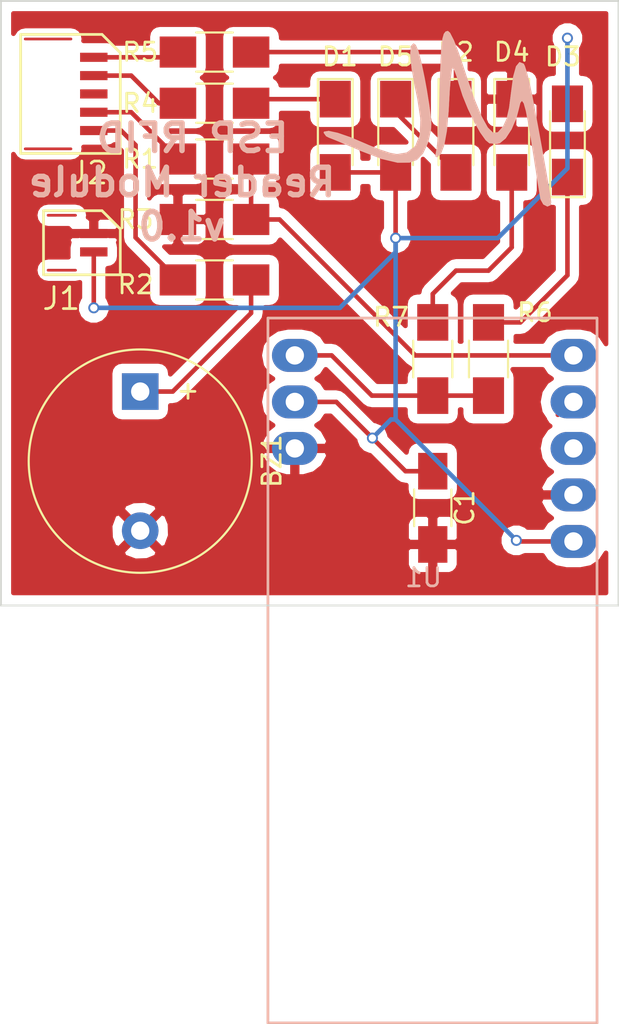
<source format=kicad_pcb>
(kicad_pcb (version 4) (host pcbnew 4.0.7)

  (general
    (links 26)
    (no_connects 0)
    (area 70.307999 74.879999 104.190001 131.027001)
    (thickness 1.6)
    (drawings 5)
    (tracks 67)
    (zones 0)
    (modules 18)
    (nets 18)
  )

  (page A4)
  (layers
    (0 F.Cu signal)
    (31 B.Cu signal)
    (32 B.Adhes user)
    (33 F.Adhes user)
    (34 B.Paste user)
    (35 F.Paste user)
    (36 B.SilkS user)
    (37 F.SilkS user)
    (38 B.Mask user)
    (39 F.Mask user)
    (40 Dwgs.User user)
    (41 Cmts.User user)
    (42 Eco1.User user)
    (43 Eco2.User user)
    (44 Edge.Cuts user)
    (45 Margin user)
    (46 B.CrtYd user)
    (47 F.CrtYd user)
    (48 B.Fab user)
    (49 F.Fab user)
  )

  (setup
    (last_trace_width 0.25)
    (trace_clearance 0.2)
    (zone_clearance 0.508)
    (zone_45_only no)
    (trace_min 0.2)
    (segment_width 0.2)
    (edge_width 0.1)
    (via_size 0.6)
    (via_drill 0.4)
    (via_min_size 0.55)
    (via_min_drill 0.3)
    (uvia_size 0.3)
    (uvia_drill 0.1)
    (uvias_allowed no)
    (uvia_min_size 0.2)
    (uvia_min_drill 0.1)
    (pcb_text_width 0.3)
    (pcb_text_size 1.5 1.5)
    (mod_edge_width 0.15)
    (mod_text_size 1 1)
    (mod_text_width 0.15)
    (pad_size 1.5 1.5)
    (pad_drill 0.6)
    (pad_to_mask_clearance 0.06)
    (aux_axis_origin 0 0)
    (visible_elements 7FFFFFFF)
    (pcbplotparams
      (layerselection 0x00030_80000001)
      (usegerberextensions false)
      (excludeedgelayer true)
      (linewidth 0.100000)
      (plotframeref false)
      (viasonmask false)
      (mode 1)
      (useauxorigin false)
      (hpglpennumber 1)
      (hpglpenspeed 20)
      (hpglpendiameter 15)
      (hpglpenoverlay 2)
      (psnegative false)
      (psa4output false)
      (plotreference true)
      (plotvalue true)
      (plotinvisibletext false)
      (padsonsilk false)
      (subtractmaskfromsilk false)
      (outputformat 1)
      (mirror false)
      (drillshape 1)
      (scaleselection 1)
      (outputdirectory ""))
  )

  (net 0 "")
  (net 1 GND)
  (net 2 "Net-(BZ1-Pad1)")
  (net 3 "Net-(D1-Pad1)")
  (net 4 "Net-(D2-Pad1)")
  (net 5 "Net-(D3-Pad1)")
  (net 6 +5V)
  (net 7 "Net-(D4-Pad2)")
  (net 8 LED_REJECT)
  (net 9 LED_CONFIRM)
  (net 10 Buzzer)
  (net 11 "Net-(R6-Pad2)")
  (net 12 "Net-(U1-PadP1.2)")
  (net 13 "Net-(U1-PadP1.3)")
  (net 14 "Net-(R1-Pad1)")
  (net 15 "Net-(D2-Pad2)")
  (net 16 "Net-(J2-Pad4)")
  (net 17 "Net-(J2-Pad3)")

  (net_class Default "This is the default net class."
    (clearance 0.2)
    (trace_width 0.25)
    (via_dia 0.6)
    (via_drill 0.4)
    (uvia_dia 0.3)
    (uvia_drill 0.1)
    (add_net +5V)
    (add_net Buzzer)
    (add_net GND)
    (add_net LED_CONFIRM)
    (add_net LED_REJECT)
    (add_net "Net-(BZ1-Pad1)")
    (add_net "Net-(D1-Pad1)")
    (add_net "Net-(D2-Pad1)")
    (add_net "Net-(D2-Pad2)")
    (add_net "Net-(D3-Pad1)")
    (add_net "Net-(D4-Pad2)")
    (add_net "Net-(J2-Pad3)")
    (add_net "Net-(J2-Pad4)")
    (add_net "Net-(R1-Pad1)")
    (add_net "Net-(R6-Pad2)")
    (add_net "Net-(U1-PadP1.2)")
    (add_net "Net-(U1-PadP1.3)")
  )

  (module rfid_125_module:RFID_MODULE_125_KHZ (layer B.Cu) (tedit 5B2552BB) (tstamp 5B229F96)
    (at 92.964 111.252 270)
    (descr "Through hole straight pin header, 1x05, 2.54mm pitch, single row")
    (tags "Through hole pin header THT 1x05 2.54mm single row")
    (path /5B21E6EB)
    (fp_text reference U1 (at -4.826 -0.508 540) (layer B.SilkS)
      (effects (font (size 1 1) (thickness 0.15)) (justify mirror))
    )
    (fp_text value RFID_MODULE_125_KHZ (at -4.572 -1.016 540) (layer B.Fab)
      (effects (font (size 1 1) (thickness 0.15)) (justify mirror))
    )
    (fp_line (start -19 -10) (end 19.5 -10) (layer B.SilkS) (width 0.15))
    (fp_line (start 19.5 -10) (end 19.5 8) (layer B.SilkS) (width 0.15))
    (fp_line (start 19.5 8) (end -19 8) (layer B.SilkS) (width 0.15))
    (fp_line (start -19 8) (end -19 -10) (layer B.SilkS) (width 0.15))
    (pad P3.3 thru_hole oval (at -11.88 6.53 180) (size 2.5 1.8) (drill 1) (layers *.Cu *.Mask)
      (net 1 GND))
    (pad P3.2 thru_hole oval (at -14.42 6.53 180) (size 2.5 1.8) (drill 1) (layers *.Cu *.Mask)
      (net 6 +5V))
    (pad P3.1 thru_hole oval (at -16.96 6.53 180) (size 2.5 1.8) (drill 1) (layers *.Cu *.Mask)
      (net 11 "Net-(R6-Pad2)"))
    (pad P1.1 thru_hole oval (at -16.96 -8.71 180) (size 2.5 1.8) (drill 1) (layers *.Cu *.Mask)
      (net 14 "Net-(R1-Pad1)"))
    (pad P1.2 thru_hole oval (at -14.42 -8.71 180) (size 2.5 1.8) (drill 1) (layers *.Cu *.Mask)
      (net 12 "Net-(U1-PadP1.2)"))
    (pad P1.3 thru_hole oval (at -11.88 -8.71 180) (size 2.5 1.8) (drill 1) (layers *.Cu *.Mask)
      (net 13 "Net-(U1-PadP1.3)"))
    (pad P1.4 thru_hole oval (at -9.34 -8.71 180) (size 2.5 1.8) (drill 1) (layers *.Cu *.Mask)
      (net 1 GND))
    (pad P1.5 thru_hole oval (at -6.8 -8.71 180) (size 2.5 1.8) (drill 1) (layers *.Cu *.Mask)
      (net 6 +5V))
    (model ${KISYS3DMOD}/Pin_Headers.3dshapes/Pin_Header_Straight_1x05_Pitch2.54mm.wrl
      (at (xyz 0 0 0))
      (scale (xyz 1 1 1))
      (rotate (xyz 0 0 0))
    )
  )

  (module LEDs:LED_1206_HandSoldering (layer F.Cu) (tedit 5B255407) (tstamp 5B21C1A5)
    (at 88.646 82.296 270)
    (descr "LED SMD 1206, hand soldering")
    (tags "LED 1206")
    (path /5B21DEBA)
    (attr smd)
    (fp_text reference D1 (at -4.318 -0.254 360) (layer F.SilkS)
      (effects (font (size 1 1) (thickness 0.15)))
    )
    (fp_text value G (at 4.318 0 360) (layer F.Fab)
      (effects (font (size 1 1) (thickness 0.15)))
    )
    (fp_line (start -3.1 -0.95) (end -3.1 0.95) (layer F.SilkS) (width 0.12))
    (fp_line (start -0.4 0) (end 0.2 -0.4) (layer F.Fab) (width 0.1))
    (fp_line (start 0.2 -0.4) (end 0.2 0.4) (layer F.Fab) (width 0.1))
    (fp_line (start 0.2 0.4) (end -0.4 0) (layer F.Fab) (width 0.1))
    (fp_line (start -0.45 -0.4) (end -0.45 0.4) (layer F.Fab) (width 0.1))
    (fp_line (start -1.6 0.8) (end -1.6 -0.8) (layer F.Fab) (width 0.1))
    (fp_line (start 1.6 0.8) (end -1.6 0.8) (layer F.Fab) (width 0.1))
    (fp_line (start 1.6 -0.8) (end 1.6 0.8) (layer F.Fab) (width 0.1))
    (fp_line (start -1.6 -0.8) (end 1.6 -0.8) (layer F.Fab) (width 0.1))
    (fp_line (start -3.1 0.95) (end 1.6 0.95) (layer F.SilkS) (width 0.12))
    (fp_line (start -3.1 -0.95) (end 1.6 -0.95) (layer F.SilkS) (width 0.12))
    (fp_line (start -3.25 -1.11) (end 3.25 -1.11) (layer F.CrtYd) (width 0.05))
    (fp_line (start -3.25 -1.11) (end -3.25 1.1) (layer F.CrtYd) (width 0.05))
    (fp_line (start 3.25 1.1) (end 3.25 -1.11) (layer F.CrtYd) (width 0.05))
    (fp_line (start 3.25 1.1) (end -3.25 1.1) (layer F.CrtYd) (width 0.05))
    (pad 1 smd rect (at -2 0 270) (size 2 1.7) (layers F.Cu F.Paste F.Mask)
      (net 3 "Net-(D1-Pad1)"))
    (pad 2 smd rect (at 2 0 270) (size 2 1.7) (layers F.Cu F.Paste F.Mask)
      (net 6 +5V))
    (model ${KISYS3DMOD}/LEDs.3dshapes/LED_1206.wrl
      (at (xyz 0 0 0))
      (scale (xyz 1 1 1))
      (rotate (xyz 0 0 180))
    )
  )

  (module LEDs:LED_1206_HandSoldering (layer F.Cu) (tedit 5B255433) (tstamp 5B21C1AB)
    (at 95.25 82.296 270)
    (descr "LED SMD 1206, hand soldering")
    (tags "LED 1206")
    (path /5B21DD97)
    (attr smd)
    (fp_text reference D2 (at -4.572 0 360) (layer F.SilkS)
      (effects (font (size 1 1) (thickness 0.15)))
    )
    (fp_text value R (at 4.318 -0.254 360) (layer F.Fab)
      (effects (font (size 1 1) (thickness 0.15)))
    )
    (fp_line (start -3.1 -0.95) (end -3.1 0.95) (layer F.SilkS) (width 0.12))
    (fp_line (start -0.4 0) (end 0.2 -0.4) (layer F.Fab) (width 0.1))
    (fp_line (start 0.2 -0.4) (end 0.2 0.4) (layer F.Fab) (width 0.1))
    (fp_line (start 0.2 0.4) (end -0.4 0) (layer F.Fab) (width 0.1))
    (fp_line (start -0.45 -0.4) (end -0.45 0.4) (layer F.Fab) (width 0.1))
    (fp_line (start -1.6 0.8) (end -1.6 -0.8) (layer F.Fab) (width 0.1))
    (fp_line (start 1.6 0.8) (end -1.6 0.8) (layer F.Fab) (width 0.1))
    (fp_line (start 1.6 -0.8) (end 1.6 0.8) (layer F.Fab) (width 0.1))
    (fp_line (start -1.6 -0.8) (end 1.6 -0.8) (layer F.Fab) (width 0.1))
    (fp_line (start -3.1 0.95) (end 1.6 0.95) (layer F.SilkS) (width 0.12))
    (fp_line (start -3.1 -0.95) (end 1.6 -0.95) (layer F.SilkS) (width 0.12))
    (fp_line (start -3.25 -1.11) (end 3.25 -1.11) (layer F.CrtYd) (width 0.05))
    (fp_line (start -3.25 -1.11) (end -3.25 1.1) (layer F.CrtYd) (width 0.05))
    (fp_line (start 3.25 1.1) (end 3.25 -1.11) (layer F.CrtYd) (width 0.05))
    (fp_line (start 3.25 1.1) (end -3.25 1.1) (layer F.CrtYd) (width 0.05))
    (pad 1 smd rect (at -2 0 270) (size 2 1.7) (layers F.Cu F.Paste F.Mask)
      (net 4 "Net-(D2-Pad1)"))
    (pad 2 smd rect (at 2 0 270) (size 2 1.7) (layers F.Cu F.Paste F.Mask)
      (net 15 "Net-(D2-Pad2)"))
    (model ${KISYS3DMOD}/LEDs.3dshapes/LED_1206.wrl
      (at (xyz 0 0 0))
      (scale (xyz 1 1 1))
      (rotate (xyz 0 0 180))
    )
  )

  (module LEDs:LED_1206_HandSoldering (layer F.Cu) (tedit 5B25543F) (tstamp 5B21C1B1)
    (at 101.346 82.55 90)
    (descr "LED SMD 1206, hand soldering")
    (tags "LED 1206")
    (path /5B21D3D5)
    (attr smd)
    (fp_text reference D3 (at 4.572 -0.254 180) (layer F.SilkS)
      (effects (font (size 1 1) (thickness 0.15)))
    )
    (fp_text value B (at -4.572 0 180) (layer F.Fab)
      (effects (font (size 1 1) (thickness 0.15)))
    )
    (fp_line (start -3.1 -0.95) (end -3.1 0.95) (layer F.SilkS) (width 0.12))
    (fp_line (start -0.4 0) (end 0.2 -0.4) (layer F.Fab) (width 0.1))
    (fp_line (start 0.2 -0.4) (end 0.2 0.4) (layer F.Fab) (width 0.1))
    (fp_line (start 0.2 0.4) (end -0.4 0) (layer F.Fab) (width 0.1))
    (fp_line (start -0.45 -0.4) (end -0.45 0.4) (layer F.Fab) (width 0.1))
    (fp_line (start -1.6 0.8) (end -1.6 -0.8) (layer F.Fab) (width 0.1))
    (fp_line (start 1.6 0.8) (end -1.6 0.8) (layer F.Fab) (width 0.1))
    (fp_line (start 1.6 -0.8) (end 1.6 0.8) (layer F.Fab) (width 0.1))
    (fp_line (start -1.6 -0.8) (end 1.6 -0.8) (layer F.Fab) (width 0.1))
    (fp_line (start -3.1 0.95) (end 1.6 0.95) (layer F.SilkS) (width 0.12))
    (fp_line (start -3.1 -0.95) (end 1.6 -0.95) (layer F.SilkS) (width 0.12))
    (fp_line (start -3.25 -1.11) (end 3.25 -1.11) (layer F.CrtYd) (width 0.05))
    (fp_line (start -3.25 -1.11) (end -3.25 1.1) (layer F.CrtYd) (width 0.05))
    (fp_line (start 3.25 1.1) (end 3.25 -1.11) (layer F.CrtYd) (width 0.05))
    (fp_line (start 3.25 1.1) (end -3.25 1.1) (layer F.CrtYd) (width 0.05))
    (pad 1 smd rect (at -2 0 90) (size 2 1.7) (layers F.Cu F.Paste F.Mask)
      (net 5 "Net-(D3-Pad1)"))
    (pad 2 smd rect (at 2 0 90) (size 2 1.7) (layers F.Cu F.Paste F.Mask)
      (net 6 +5V))
    (model ${KISYS3DMOD}/LEDs.3dshapes/LED_1206.wrl
      (at (xyz 0 0 0))
      (scale (xyz 1 1 1))
      (rotate (xyz 0 0 180))
    )
  )

  (module LEDs:LED_1206_HandSoldering (layer F.Cu) (tedit 5B255439) (tstamp 5B21C1B7)
    (at 98.298 82.296 270)
    (descr "LED SMD 1206, hand soldering")
    (tags "LED 1206")
    (path /5B21D4E0)
    (attr smd)
    (fp_text reference D4 (at -4.572 0 360) (layer F.SilkS)
      (effects (font (size 1 1) (thickness 0.15)))
    )
    (fp_text value Y (at 4.572 0 360) (layer F.Fab)
      (effects (font (size 1 1) (thickness 0.15)))
    )
    (fp_line (start -3.1 -0.95) (end -3.1 0.95) (layer F.SilkS) (width 0.12))
    (fp_line (start -0.4 0) (end 0.2 -0.4) (layer F.Fab) (width 0.1))
    (fp_line (start 0.2 -0.4) (end 0.2 0.4) (layer F.Fab) (width 0.1))
    (fp_line (start 0.2 0.4) (end -0.4 0) (layer F.Fab) (width 0.1))
    (fp_line (start -0.45 -0.4) (end -0.45 0.4) (layer F.Fab) (width 0.1))
    (fp_line (start -1.6 0.8) (end -1.6 -0.8) (layer F.Fab) (width 0.1))
    (fp_line (start 1.6 0.8) (end -1.6 0.8) (layer F.Fab) (width 0.1))
    (fp_line (start 1.6 -0.8) (end 1.6 0.8) (layer F.Fab) (width 0.1))
    (fp_line (start -1.6 -0.8) (end 1.6 -0.8) (layer F.Fab) (width 0.1))
    (fp_line (start -3.1 0.95) (end 1.6 0.95) (layer F.SilkS) (width 0.12))
    (fp_line (start -3.1 -0.95) (end 1.6 -0.95) (layer F.SilkS) (width 0.12))
    (fp_line (start -3.25 -1.11) (end 3.25 -1.11) (layer F.CrtYd) (width 0.05))
    (fp_line (start -3.25 -1.11) (end -3.25 1.1) (layer F.CrtYd) (width 0.05))
    (fp_line (start 3.25 1.1) (end 3.25 -1.11) (layer F.CrtYd) (width 0.05))
    (fp_line (start 3.25 1.1) (end -3.25 1.1) (layer F.CrtYd) (width 0.05))
    (pad 1 smd rect (at -2 0 270) (size 2 1.7) (layers F.Cu F.Paste F.Mask)
      (net 1 GND))
    (pad 2 smd rect (at 2 0 270) (size 2 1.7) (layers F.Cu F.Paste F.Mask)
      (net 7 "Net-(D4-Pad2)"))
    (model ${KISYS3DMOD}/LEDs.3dshapes/LED_1206.wrl
      (at (xyz 0 0 0))
      (scale (xyz 1 1 1))
      (rotate (xyz 0 0 180))
    )
  )

  (module Resistors_SMD:R_1206_HandSoldering (layer F.Cu) (tedit 5B2553E9) (tstamp 5B21C1C8)
    (at 82.042 83.566 180)
    (descr "Resistor SMD 1206, hand soldering")
    (tags "resistor 1206")
    (path /5B21D263)
    (attr smd)
    (fp_text reference R1 (at 4.064 0 180) (layer F.SilkS)
      (effects (font (size 1 1) (thickness 0.15)))
    )
    (fp_text value 10k (at -4.318 0 180) (layer F.Fab)
      (effects (font (size 1 1) (thickness 0.15)))
    )
    (fp_text user %R (at 0 0 180) (layer F.Fab)
      (effects (font (size 0.7 0.7) (thickness 0.105)))
    )
    (fp_line (start -1.6 0.8) (end -1.6 -0.8) (layer F.Fab) (width 0.1))
    (fp_line (start 1.6 0.8) (end -1.6 0.8) (layer F.Fab) (width 0.1))
    (fp_line (start 1.6 -0.8) (end 1.6 0.8) (layer F.Fab) (width 0.1))
    (fp_line (start -1.6 -0.8) (end 1.6 -0.8) (layer F.Fab) (width 0.1))
    (fp_line (start 1 1.07) (end -1 1.07) (layer F.SilkS) (width 0.12))
    (fp_line (start -1 -1.07) (end 1 -1.07) (layer F.SilkS) (width 0.12))
    (fp_line (start -3.25 -1.11) (end 3.25 -1.11) (layer F.CrtYd) (width 0.05))
    (fp_line (start -3.25 -1.11) (end -3.25 1.1) (layer F.CrtYd) (width 0.05))
    (fp_line (start 3.25 1.1) (end 3.25 -1.11) (layer F.CrtYd) (width 0.05))
    (fp_line (start 3.25 1.1) (end -3.25 1.1) (layer F.CrtYd) (width 0.05))
    (pad 1 smd rect (at -2 0 180) (size 2 1.7) (layers F.Cu F.Paste F.Mask)
      (net 14 "Net-(R1-Pad1)"))
    (pad 2 smd rect (at 2 0 180) (size 2 1.7) (layers F.Cu F.Paste F.Mask)
      (net 16 "Net-(J2-Pad4)"))
    (model ${KISYS3DMOD}/Resistors_SMD.3dshapes/R_1206.wrl
      (at (xyz 0 0 0))
      (scale (xyz 1 1 1))
      (rotate (xyz 0 0 0))
    )
  )

  (module Resistors_SMD:R_1206_HandSoldering (layer F.Cu) (tedit 5B2553C2) (tstamp 5B21C1CE)
    (at 82.042 90.17 180)
    (descr "Resistor SMD 1206, hand soldering")
    (tags "resistor 1206")
    (path /5B21DA01)
    (attr smd)
    (fp_text reference R2 (at 4.318 -0.254 180) (layer F.SilkS)
      (effects (font (size 1 1) (thickness 0.15)))
    )
    (fp_text value 1k (at -4.318 0 180) (layer F.Fab)
      (effects (font (size 1 1) (thickness 0.15)))
    )
    (fp_text user %R (at 0 0 180) (layer F.Fab)
      (effects (font (size 0.7 0.7) (thickness 0.105)))
    )
    (fp_line (start -1.6 0.8) (end -1.6 -0.8) (layer F.Fab) (width 0.1))
    (fp_line (start 1.6 0.8) (end -1.6 0.8) (layer F.Fab) (width 0.1))
    (fp_line (start 1.6 -0.8) (end 1.6 0.8) (layer F.Fab) (width 0.1))
    (fp_line (start -1.6 -0.8) (end 1.6 -0.8) (layer F.Fab) (width 0.1))
    (fp_line (start 1 1.07) (end -1 1.07) (layer F.SilkS) (width 0.12))
    (fp_line (start -1 -1.07) (end 1 -1.07) (layer F.SilkS) (width 0.12))
    (fp_line (start -3.25 -1.11) (end 3.25 -1.11) (layer F.CrtYd) (width 0.05))
    (fp_line (start -3.25 -1.11) (end -3.25 1.1) (layer F.CrtYd) (width 0.05))
    (fp_line (start 3.25 1.1) (end 3.25 -1.11) (layer F.CrtYd) (width 0.05))
    (fp_line (start 3.25 1.1) (end -3.25 1.1) (layer F.CrtYd) (width 0.05))
    (pad 1 smd rect (at -2 0 180) (size 2 1.7) (layers F.Cu F.Paste F.Mask)
      (net 2 "Net-(BZ1-Pad1)"))
    (pad 2 smd rect (at 2 0 180) (size 2 1.7) (layers F.Cu F.Paste F.Mask)
      (net 10 Buzzer))
    (model ${KISYS3DMOD}/Resistors_SMD.3dshapes/R_1206.wrl
      (at (xyz 0 0 0))
      (scale (xyz 1 1 1))
      (rotate (xyz 0 0 0))
    )
  )

  (module Resistors_SMD:R_1206_HandSoldering (layer F.Cu) (tedit 5B2553DB) (tstamp 5B21C1D4)
    (at 82.042 86.868)
    (descr "Resistor SMD 1206, hand soldering")
    (tags "resistor 1206")
    (path /5B21D210)
    (attr smd)
    (fp_text reference R3 (at -4.318 0) (layer F.SilkS)
      (effects (font (size 1 1) (thickness 0.15)))
    )
    (fp_text value 20k (at 4.572 0) (layer F.Fab)
      (effects (font (size 1 1) (thickness 0.15)))
    )
    (fp_text user %R (at 0 0) (layer F.Fab)
      (effects (font (size 0.7 0.7) (thickness 0.105)))
    )
    (fp_line (start -1.6 0.8) (end -1.6 -0.8) (layer F.Fab) (width 0.1))
    (fp_line (start 1.6 0.8) (end -1.6 0.8) (layer F.Fab) (width 0.1))
    (fp_line (start 1.6 -0.8) (end 1.6 0.8) (layer F.Fab) (width 0.1))
    (fp_line (start -1.6 -0.8) (end 1.6 -0.8) (layer F.Fab) (width 0.1))
    (fp_line (start 1 1.07) (end -1 1.07) (layer F.SilkS) (width 0.12))
    (fp_line (start -1 -1.07) (end 1 -1.07) (layer F.SilkS) (width 0.12))
    (fp_line (start -3.25 -1.11) (end 3.25 -1.11) (layer F.CrtYd) (width 0.05))
    (fp_line (start -3.25 -1.11) (end -3.25 1.1) (layer F.CrtYd) (width 0.05))
    (fp_line (start 3.25 1.1) (end 3.25 -1.11) (layer F.CrtYd) (width 0.05))
    (fp_line (start 3.25 1.1) (end -3.25 1.1) (layer F.CrtYd) (width 0.05))
    (pad 1 smd rect (at -2 0) (size 2 1.7) (layers F.Cu F.Paste F.Mask)
      (net 1 GND))
    (pad 2 smd rect (at 2 0) (size 2 1.7) (layers F.Cu F.Paste F.Mask)
      (net 14 "Net-(R1-Pad1)"))
    (model ${KISYS3DMOD}/Resistors_SMD.3dshapes/R_1206.wrl
      (at (xyz 0 0 0))
      (scale (xyz 1 1 1))
      (rotate (xyz 0 0 0))
    )
  )

  (module Resistors_SMD:R_1206_HandSoldering (layer F.Cu) (tedit 5B2553F1) (tstamp 5B21C1DA)
    (at 82.042 80.518 180)
    (descr "Resistor SMD 1206, hand soldering")
    (tags "resistor 1206")
    (path /5B21DEB4)
    (attr smd)
    (fp_text reference R4 (at 4.064 0 180) (layer F.SilkS)
      (effects (font (size 1 1) (thickness 0.15)))
    )
    (fp_text value 1k (at -4.318 0 180) (layer F.Fab)
      (effects (font (size 1 1) (thickness 0.15)))
    )
    (fp_text user %R (at 0 0 180) (layer F.Fab)
      (effects (font (size 0.7 0.7) (thickness 0.105)))
    )
    (fp_line (start -1.6 0.8) (end -1.6 -0.8) (layer F.Fab) (width 0.1))
    (fp_line (start 1.6 0.8) (end -1.6 0.8) (layer F.Fab) (width 0.1))
    (fp_line (start 1.6 -0.8) (end 1.6 0.8) (layer F.Fab) (width 0.1))
    (fp_line (start -1.6 -0.8) (end 1.6 -0.8) (layer F.Fab) (width 0.1))
    (fp_line (start 1 1.07) (end -1 1.07) (layer F.SilkS) (width 0.12))
    (fp_line (start -1 -1.07) (end 1 -1.07) (layer F.SilkS) (width 0.12))
    (fp_line (start -3.25 -1.11) (end 3.25 -1.11) (layer F.CrtYd) (width 0.05))
    (fp_line (start -3.25 -1.11) (end -3.25 1.1) (layer F.CrtYd) (width 0.05))
    (fp_line (start 3.25 1.1) (end 3.25 -1.11) (layer F.CrtYd) (width 0.05))
    (fp_line (start 3.25 1.1) (end -3.25 1.1) (layer F.CrtYd) (width 0.05))
    (pad 1 smd rect (at -2 0 180) (size 2 1.7) (layers F.Cu F.Paste F.Mask)
      (net 3 "Net-(D1-Pad1)"))
    (pad 2 smd rect (at 2 0 180) (size 2 1.7) (layers F.Cu F.Paste F.Mask)
      (net 9 LED_CONFIRM))
    (model ${KISYS3DMOD}/Resistors_SMD.3dshapes/R_1206.wrl
      (at (xyz 0 0 0))
      (scale (xyz 1 1 1))
      (rotate (xyz 0 0 0))
    )
  )

  (module Resistors_SMD:R_1206_HandSoldering (layer F.Cu) (tedit 5B2553F6) (tstamp 5B21C1E0)
    (at 82.042 77.724 180)
    (descr "Resistor SMD 1206, hand soldering")
    (tags "resistor 1206")
    (path /5B21DD50)
    (attr smd)
    (fp_text reference R5 (at 4.064 0 180) (layer F.SilkS)
      (effects (font (size 1 1) (thickness 0.15)))
    )
    (fp_text value 1k (at -4.318 0 180) (layer F.Fab)
      (effects (font (size 1 1) (thickness 0.15)))
    )
    (fp_text user %R (at 0 0 180) (layer F.Fab)
      (effects (font (size 0.7 0.7) (thickness 0.105)))
    )
    (fp_line (start -1.6 0.8) (end -1.6 -0.8) (layer F.Fab) (width 0.1))
    (fp_line (start 1.6 0.8) (end -1.6 0.8) (layer F.Fab) (width 0.1))
    (fp_line (start 1.6 -0.8) (end 1.6 0.8) (layer F.Fab) (width 0.1))
    (fp_line (start -1.6 -0.8) (end 1.6 -0.8) (layer F.Fab) (width 0.1))
    (fp_line (start 1 1.07) (end -1 1.07) (layer F.SilkS) (width 0.12))
    (fp_line (start -1 -1.07) (end 1 -1.07) (layer F.SilkS) (width 0.12))
    (fp_line (start -3.25 -1.11) (end 3.25 -1.11) (layer F.CrtYd) (width 0.05))
    (fp_line (start -3.25 -1.11) (end -3.25 1.1) (layer F.CrtYd) (width 0.05))
    (fp_line (start 3.25 1.1) (end 3.25 -1.11) (layer F.CrtYd) (width 0.05))
    (fp_line (start 3.25 1.1) (end -3.25 1.1) (layer F.CrtYd) (width 0.05))
    (pad 1 smd rect (at -2 0 180) (size 2 1.7) (layers F.Cu F.Paste F.Mask)
      (net 4 "Net-(D2-Pad1)"))
    (pad 2 smd rect (at 2 0 180) (size 2 1.7) (layers F.Cu F.Paste F.Mask)
      (net 8 LED_REJECT))
    (model ${KISYS3DMOD}/Resistors_SMD.3dshapes/R_1206.wrl
      (at (xyz 0 0 0))
      (scale (xyz 1 1 1))
      (rotate (xyz 0 0 0))
    )
  )

  (module Resistors_SMD:R_1206_HandSoldering (layer F.Cu) (tedit 5B255486) (tstamp 5B21C1E6)
    (at 97.028 94.488 270)
    (descr "Resistor SMD 1206, hand soldering")
    (tags "resistor 1206")
    (path /5B21D2DC)
    (attr smd)
    (fp_text reference R6 (at -2.54 -2.54 360) (layer F.SilkS)
      (effects (font (size 1 1) (thickness 0.15)))
    )
    (fp_text value 1k (at -4.572 0 360) (layer F.Fab)
      (effects (font (size 1 1) (thickness 0.15)))
    )
    (fp_text user %R (at 0 0 270) (layer F.Fab)
      (effects (font (size 0.7 0.7) (thickness 0.105)))
    )
    (fp_line (start -1.6 0.8) (end -1.6 -0.8) (layer F.Fab) (width 0.1))
    (fp_line (start 1.6 0.8) (end -1.6 0.8) (layer F.Fab) (width 0.1))
    (fp_line (start 1.6 -0.8) (end 1.6 0.8) (layer F.Fab) (width 0.1))
    (fp_line (start -1.6 -0.8) (end 1.6 -0.8) (layer F.Fab) (width 0.1))
    (fp_line (start 1 1.07) (end -1 1.07) (layer F.SilkS) (width 0.12))
    (fp_line (start -1 -1.07) (end 1 -1.07) (layer F.SilkS) (width 0.12))
    (fp_line (start -3.25 -1.11) (end 3.25 -1.11) (layer F.CrtYd) (width 0.05))
    (fp_line (start -3.25 -1.11) (end -3.25 1.1) (layer F.CrtYd) (width 0.05))
    (fp_line (start 3.25 1.1) (end 3.25 -1.11) (layer F.CrtYd) (width 0.05))
    (fp_line (start 3.25 1.1) (end -3.25 1.1) (layer F.CrtYd) (width 0.05))
    (pad 1 smd rect (at -2 0 270) (size 2 1.7) (layers F.Cu F.Paste F.Mask)
      (net 5 "Net-(D3-Pad1)"))
    (pad 2 smd rect (at 2 0 270) (size 2 1.7) (layers F.Cu F.Paste F.Mask)
      (net 11 "Net-(R6-Pad2)"))
    (model ${KISYS3DMOD}/Resistors_SMD.3dshapes/R_1206.wrl
      (at (xyz 0 0 0))
      (scale (xyz 1 1 1))
      (rotate (xyz 0 0 0))
    )
  )

  (module Resistors_SMD:R_1206_HandSoldering (layer F.Cu) (tedit 5B255481) (tstamp 5B21C1EC)
    (at 93.98 94.488 270)
    (descr "Resistor SMD 1206, hand soldering")
    (tags "resistor 1206")
    (path /5B21D31A)
    (attr smd)
    (fp_text reference R7 (at -2.286 2.286 360) (layer F.SilkS)
      (effects (font (size 1 1) (thickness 0.15)))
    )
    (fp_text value 1k (at -4.572 0 360) (layer F.Fab)
      (effects (font (size 1 1) (thickness 0.15)))
    )
    (fp_text user %R (at 0 0 270) (layer F.Fab)
      (effects (font (size 0.7 0.7) (thickness 0.105)))
    )
    (fp_line (start -1.6 0.8) (end -1.6 -0.8) (layer F.Fab) (width 0.1))
    (fp_line (start 1.6 0.8) (end -1.6 0.8) (layer F.Fab) (width 0.1))
    (fp_line (start 1.6 -0.8) (end 1.6 0.8) (layer F.Fab) (width 0.1))
    (fp_line (start -1.6 -0.8) (end 1.6 -0.8) (layer F.Fab) (width 0.1))
    (fp_line (start 1 1.07) (end -1 1.07) (layer F.SilkS) (width 0.12))
    (fp_line (start -1 -1.07) (end 1 -1.07) (layer F.SilkS) (width 0.12))
    (fp_line (start -3.25 -1.11) (end 3.25 -1.11) (layer F.CrtYd) (width 0.05))
    (fp_line (start -3.25 -1.11) (end -3.25 1.1) (layer F.CrtYd) (width 0.05))
    (fp_line (start 3.25 1.1) (end 3.25 -1.11) (layer F.CrtYd) (width 0.05))
    (fp_line (start 3.25 1.1) (end -3.25 1.1) (layer F.CrtYd) (width 0.05))
    (pad 1 smd rect (at -2 0 270) (size 2 1.7) (layers F.Cu F.Paste F.Mask)
      (net 7 "Net-(D4-Pad2)"))
    (pad 2 smd rect (at 2 0 270) (size 2 1.7) (layers F.Cu F.Paste F.Mask)
      (net 11 "Net-(R6-Pad2)"))
    (model ${KISYS3DMOD}/Resistors_SMD.3dshapes/R_1206.wrl
      (at (xyz 0 0 0))
      (scale (xyz 1 1 1))
      (rotate (xyz 0 0 0))
    )
  )

  (module Capacitors_SMD:C_1206_HandSoldering (layer F.Cu) (tedit 58AA84D1) (tstamp 5B25FE22)
    (at 93.98 102.616 270)
    (descr "Capacitor SMD 1206, hand soldering")
    (tags "capacitor 1206")
    (path /5B2523B7)
    (attr smd)
    (fp_text reference C1 (at 0 -1.75 270) (layer F.SilkS)
      (effects (font (size 1 1) (thickness 0.15)))
    )
    (fp_text value 0.1uF (at 0 2 270) (layer F.Fab)
      (effects (font (size 1 1) (thickness 0.15)))
    )
    (fp_text user %R (at 0 -1.75 270) (layer F.Fab)
      (effects (font (size 1 1) (thickness 0.15)))
    )
    (fp_line (start -1.6 0.8) (end -1.6 -0.8) (layer F.Fab) (width 0.1))
    (fp_line (start 1.6 0.8) (end -1.6 0.8) (layer F.Fab) (width 0.1))
    (fp_line (start 1.6 -0.8) (end 1.6 0.8) (layer F.Fab) (width 0.1))
    (fp_line (start -1.6 -0.8) (end 1.6 -0.8) (layer F.Fab) (width 0.1))
    (fp_line (start 1 -1.02) (end -1 -1.02) (layer F.SilkS) (width 0.12))
    (fp_line (start -1 1.02) (end 1 1.02) (layer F.SilkS) (width 0.12))
    (fp_line (start -3.25 -1.05) (end 3.25 -1.05) (layer F.CrtYd) (width 0.05))
    (fp_line (start -3.25 -1.05) (end -3.25 1.05) (layer F.CrtYd) (width 0.05))
    (fp_line (start 3.25 1.05) (end 3.25 -1.05) (layer F.CrtYd) (width 0.05))
    (fp_line (start 3.25 1.05) (end -3.25 1.05) (layer F.CrtYd) (width 0.05))
    (pad 1 smd rect (at -2 0 270) (size 2 1.6) (layers F.Cu F.Paste F.Mask)
      (net 6 +5V))
    (pad 2 smd rect (at 2 0 270) (size 2 1.6) (layers F.Cu F.Paste F.Mask)
      (net 1 GND))
    (model Capacitors_SMD.3dshapes/C_1206.wrl
      (at (xyz 0 0 0))
      (scale (xyz 1 1 1))
      (rotate (xyz 0 0 0))
    )
  )

  (module LEDs:LED_1206_HandSoldering (layer F.Cu) (tedit 5B255414) (tstamp 5B25FE28)
    (at 91.948 82.296 270)
    (descr "LED SMD 1206, hand soldering")
    (tags "LED 1206")
    (path /5B230913)
    (attr smd)
    (fp_text reference D5 (at -4.318 0 360) (layer F.SilkS)
      (effects (font (size 1 1) (thickness 0.15)))
    )
    (fp_text value R (at 4.318 0 360) (layer F.Fab)
      (effects (font (size 1 1) (thickness 0.15)))
    )
    (fp_line (start -3.1 -0.95) (end -3.1 0.95) (layer F.SilkS) (width 0.12))
    (fp_line (start -0.4 0) (end 0.2 -0.4) (layer F.Fab) (width 0.1))
    (fp_line (start 0.2 -0.4) (end 0.2 0.4) (layer F.Fab) (width 0.1))
    (fp_line (start 0.2 0.4) (end -0.4 0) (layer F.Fab) (width 0.1))
    (fp_line (start -0.45 -0.4) (end -0.45 0.4) (layer F.Fab) (width 0.1))
    (fp_line (start -1.6 0.8) (end -1.6 -0.8) (layer F.Fab) (width 0.1))
    (fp_line (start 1.6 0.8) (end -1.6 0.8) (layer F.Fab) (width 0.1))
    (fp_line (start 1.6 -0.8) (end 1.6 0.8) (layer F.Fab) (width 0.1))
    (fp_line (start -1.6 -0.8) (end 1.6 -0.8) (layer F.Fab) (width 0.1))
    (fp_line (start -3.1 0.95) (end 1.6 0.95) (layer F.SilkS) (width 0.12))
    (fp_line (start -3.1 -0.95) (end 1.6 -0.95) (layer F.SilkS) (width 0.12))
    (fp_line (start -3.25 -1.11) (end 3.25 -1.11) (layer F.CrtYd) (width 0.05))
    (fp_line (start -3.25 -1.11) (end -3.25 1.1) (layer F.CrtYd) (width 0.05))
    (fp_line (start 3.25 1.1) (end 3.25 -1.11) (layer F.CrtYd) (width 0.05))
    (fp_line (start 3.25 1.1) (end -3.25 1.1) (layer F.CrtYd) (width 0.05))
    (pad 1 smd rect (at -2 0 270) (size 2 1.7) (layers F.Cu F.Paste F.Mask)
      (net 15 "Net-(D2-Pad2)"))
    (pad 2 smd rect (at 2 0 270) (size 2 1.7) (layers F.Cu F.Paste F.Mask)
      (net 6 +5V))
    (model ${KISYS3DMOD}/LEDs.3dshapes/LED_1206.wrl
      (at (xyz 0 0 0))
      (scale (xyz 1 1 1))
      (rotate (xyz 0 0 180))
    )
  )

  (module Buzzers_Beepers:Buzzer_12x9.5RM7.6 (layer F.Cu) (tedit 5B2552AD) (tstamp 5B274CEC)
    (at 77.978 96.266 270)
    (descr "Generic Buzzer, D12mm height 9.5mm with RM7.6mm")
    (tags buzzer)
    (path /5B21D958)
    (fp_text reference BZ1 (at 3.8 -7.2 270) (layer F.SilkS)
      (effects (font (size 1 1) (thickness 0.15)))
    )
    (fp_text value Buzzer (at 2.794 -0.254 360) (layer F.Fab)
      (effects (font (size 1 1) (thickness 0.15)))
    )
    (fp_text user + (at -0.01 -2.54 270) (layer F.Fab)
      (effects (font (size 1 1) (thickness 0.15)))
    )
    (fp_text user + (at -0.01 -2.54 270) (layer F.SilkS)
      (effects (font (size 1 1) (thickness 0.15)))
    )
    (fp_text user %R (at 4.572 0 360) (layer F.Fab)
      (effects (font (size 1 1) (thickness 0.15)))
    )
    (fp_circle (center 3.8 0) (end 10.05 0) (layer F.CrtYd) (width 0.05))
    (fp_circle (center 3.8 0) (end 9.8 0) (layer F.Fab) (width 0.1))
    (fp_circle (center 3.8 0) (end 4.8 0) (layer F.Fab) (width 0.1))
    (fp_circle (center 3.8 0) (end 9.9 0) (layer F.SilkS) (width 0.12))
    (pad 1 thru_hole rect (at 0 0 270) (size 2 2) (drill 1) (layers *.Cu *.Mask)
      (net 2 "Net-(BZ1-Pad1)"))
    (pad 2 thru_hole circle (at 7.6 0 270) (size 2 2) (drill 1) (layers *.Cu *.Mask)
      (net 1 GND))
    (model ${KISYS3DMOD}/Buzzers_Beepers.3dshapes/Buzzer_12x9.5RM7.6.wrl
      (at (xyz 0.15 0 0))
      (scale (xyz 4 4 4))
      (rotate (xyz 0 0 0))
    )
  )

  (module jst:CONNECTOR_JST_SH_2 (layer F.Cu) (tedit 5B25538A) (tstamp 5B274CFB)
    (at 75.438 88.138 270)
    (path /5B230AB2)
    (fp_text reference J1 (at 3.048 1.778 360) (layer F.SilkS)
      (effects (font (size 1.2 1.2) (thickness 0.15)))
    )
    (fp_text value J1 (at 3.048 1.778 360) (layer F.Fab)
      (effects (font (size 1.2 1.2) (thickness 0.15)))
    )
    (fp_line (start 1.5 1) (end 1.5 2.5) (layer F.Cu) (width 0.15))
    (fp_line (start -1.5 1) (end -1.5 2.5) (layer F.Cu) (width 0.15))
    (fp_line (start 1.75 1.5) (end 1.75 2.75) (layer F.SilkS) (width 0.15))
    (fp_line (start 1.75 2.75) (end -1.75 2.75) (layer F.SilkS) (width 0.15))
    (fp_line (start -1.75 2.75) (end -1.75 1.5) (layer F.SilkS) (width 0.15))
    (fp_line (start -0.75 -1.45) (end -1.75 -0.45) (layer F.SilkS) (width 0.15))
    (fp_line (start -1.75 -0.45) (end -1.75 1.45) (layer F.SilkS) (width 0.15))
    (fp_line (start 1.75 1.45) (end 1.75 -1.45) (layer F.SilkS) (width 0.15))
    (fp_line (start 1.75 -1.45) (end -0.75 -1.45) (layer F.SilkS) (width 0.15))
    (pad 1 smd rect (at -0.5 0 270) (size 0.5 1.5) (layers F.Cu F.Paste F.Mask)
      (net 1 GND))
    (pad 2 smd rect (at 0.5 0 270) (size 0.5 1.5) (layers F.Cu F.Paste F.Mask)
      (net 6 +5V))
  )

  (module jst:CONNECTOR_JST_SH_5 (layer F.Cu) (tedit 5B2553A8) (tstamp 5B274D0D)
    (at 75.438 80.01 270)
    (path /5B230CEC)
    (fp_text reference J2 (at 4.318 0.254 360) (layer F.SilkS)
      (effects (font (size 1.2 1.2) (thickness 0.15)))
    )
    (fp_text value J2 (at 4.318 0.254 360) (layer F.Fab)
      (effects (font (size 1.2 1.2) (thickness 0.15)))
    )
    (fp_line (start -3.25 1.5) (end -3.25 4) (layer F.SilkS) (width 0.15))
    (fp_line (start -3.25 4) (end 3.25 4) (layer F.SilkS) (width 0.15))
    (fp_line (start 3.25 4) (end 3.25 1.5) (layer F.SilkS) (width 0.15))
    (fp_line (start -3 1.25) (end -3 3.75) (layer F.Cu) (width 0.15))
    (fp_line (start 3 1.25) (end 3 3.75) (layer F.Cu) (width 0.15))
    (fp_line (start -2.25 -1.45) (end -3.25 -0.45) (layer F.SilkS) (width 0.15))
    (fp_line (start -3.25 -0.45) (end -3.25 1.45) (layer F.SilkS) (width 0.15))
    (fp_line (start 3.25 1.45) (end 3.25 -1.45) (layer F.SilkS) (width 0.15))
    (fp_line (start 3.25 -1.45) (end -2.25 -1.45) (layer F.SilkS) (width 0.15))
    (pad 1 smd rect (at -2 0 270) (size 0.5 1.5) (layers F.Cu F.Paste F.Mask)
      (net 8 LED_REJECT))
    (pad 2 smd rect (at -1 0 270) (size 0.5 1.5) (layers F.Cu F.Paste F.Mask)
      (net 9 LED_CONFIRM))
    (pad 3 smd rect (at 0 0 270) (size 0.5 1.5) (layers F.Cu F.Paste F.Mask)
      (net 17 "Net-(J2-Pad3)"))
    (pad 4 smd rect (at 1 0 270) (size 0.5 1.5) (layers F.Cu F.Paste F.Mask)
      (net 16 "Net-(J2-Pad4)"))
    (pad 5 smd rect (at 2 0 270) (size 0.5 1.5) (layers F.Cu F.Paste F.Mask)
      (net 10 Buzzer))
  )

  (module ml_logo:ML_Logo (layer B.Cu) (tedit 0) (tstamp 5B27FB8A)
    (at 94.234 81.28 180)
    (fp_text reference G*** (at 0 0 180) (layer B.SilkS) hide
      (effects (font (thickness 0.3)) (justify mirror))
    )
    (fp_text value LOGO (at 0.75 0 180) (layer B.SilkS) hide
      (effects (font (thickness 0.3)) (justify mirror))
    )
    (fp_poly (pts (xy -0.447799 4.677159) (xy -0.350536 4.551497) (xy -0.277038 4.291944) (xy -0.22199 3.857495)
      (xy -0.180079 3.207146) (xy -0.145991 2.299892) (xy -0.116364 1.177483) (xy -0.086755 0.226168)
      (xy -0.047148 -0.621582) (xy -0.001542 -1.302222) (xy 0.046066 -1.752205) (xy 0.076817 -1.892384)
      (xy 0.1137 -2.132539) (xy 0.044998 -2.186755) (xy -0.183918 -2.021975) (xy -0.372225 -1.537226)
      (xy -0.51656 -0.746893) (xy -0.613563 0.334636) (xy -0.632983 0.7149) (xy -0.675531 1.48523)
      (xy -0.727483 2.115182) (xy -0.782218 2.539105) (xy -0.832349 2.691391) (xy -0.933714 2.543351)
      (xy -1.07226 2.163236) (xy -1.165679 1.83296) (xy -1.375501 1.172042) (xy -1.667109 0.456141)
      (xy -2.001167 -0.238347) (xy -2.338337 -0.835025) (xy -2.639282 -1.257497) (xy -2.842996 -1.424531)
      (xy -3.244705 -1.456647) (xy -3.416895 -1.418594) (xy -3.735704 -1.155621) (xy -4.056408 -0.66466)
      (xy -4.321367 -0.048837) (xy -4.4474 0.425236) (xy -4.533679 0.776758) (xy -4.623136 0.893202)
      (xy -4.722196 0.755938) (xy -4.837284 0.346336) (xy -4.974827 -0.354234) (xy -5.141247 -1.364402)
      (xy -5.203195 -1.766225) (xy -5.339266 -2.648673) (xy -5.463959 -3.43734) (xy -5.565581 -4.059669)
      (xy -5.632437 -4.443101) (xy -5.643744 -4.499669) (xy -5.79234 -4.766295) (xy -6.014664 -4.879658)
      (xy -6.190763 -4.805012) (xy -6.224476 -4.667881) (xy -6.193656 -4.407975) (xy -6.104516 -3.85109)
      (xy -5.96294 -3.030483) (xy -5.774815 -1.979416) (xy -5.546027 -0.731148) (xy -5.282461 0.681061)
      (xy -5.207727 1.077535) (xy -5.057832 1.799753) (xy -4.907751 2.402058) (xy -4.778845 2.804213)
      (xy -4.717365 2.919455) (xy -4.489736 3.008993) (xy -4.300316 2.7791) (xy -4.14678 2.224546)
      (xy -4.030013 1.372216) (xy -3.921272 0.5106) (xy -3.783506 -0.089719) (xy -3.59174 -0.503843)
      (xy -3.320996 -0.806872) (xy -3.299232 -0.825208) (xy -3.051155 -0.855484) (xy -2.758481 -0.56816)
      (xy -2.419318 0.040278) (xy -2.031774 0.973346) (xy -1.593955 2.234559) (xy -1.5086 2.500036)
      (xy -1.177243 3.48848) (xy -0.902625 4.196369) (xy -0.691852 4.606899) (xy -0.57414 4.709934)
      (xy -0.447799 4.677159)) (layer B.SilkS) (width 0.01))
    (fp_poly (pts (xy 1.453015 3.880254) (xy 1.486479 3.418381) (xy 1.411872 2.664402) (xy 1.230095 1.631252)
      (xy 1.100201 1.018098) (xy 0.927611 -0.109332) (xy 0.966577 -0.97695) (xy 1.21686 -1.584098)
      (xy 1.678216 -1.930119) (xy 2.214865 -2.018543) (xy 2.58487 -1.949839) (xy 3.145836 -1.768138)
      (xy 3.787397 -1.510056) (xy 3.901609 -1.458913) (xy 4.76076 -1.095062) (xy 5.456136 -0.855597)
      (xy 5.9488 -0.75072) (xy 6.199814 -0.790631) (xy 6.223842 -0.850544) (xy 6.086782 -1.040256)
      (xy 5.929471 -1.120354) (xy 5.652766 -1.228084) (xy 5.151615 -1.43478) (xy 4.510178 -1.705463)
      (xy 4.120899 -1.872028) (xy 3.039497 -2.283428) (xy 2.184746 -2.484242) (xy 1.524917 -2.47934)
      (xy 1.11967 -2.332673) (xy 0.783673 -1.978373) (xy 0.51366 -1.403055) (xy 0.355945 -0.721551)
      (xy 0.333692 -0.38388) (xy 0.364747 0.041488) (xy 0.450911 0.698507) (xy 0.578113 1.489593)
      (xy 0.698276 2.144702) (xy 0.884526 3.033718) (xy 1.042856 3.622655) (xy 1.184292 3.945595)
      (xy 1.310579 4.037086) (xy 1.453015 3.880254)) (layer B.SilkS) (width 0.01))
  )

  (gr_text "ESP RFID \nReader Module\nv1.0" (at 80.264 84.836) (layer B.SilkS)
    (effects (font (size 1.5 1.5) (thickness 0.3)) (justify mirror))
  )
  (gr_line (start 104.14 74.93) (end 70.358 74.93) (angle 90) (layer Edge.Cuts) (width 0.1))
  (gr_line (start 104.14 107.95) (end 70.358 107.95) (angle 90) (layer Edge.Cuts) (width 0.1))
  (gr_line (start 70.358 74.93) (end 70.358 107.95) (angle 90) (layer Edge.Cuts) (width 0.1))
  (gr_line (start 104.14 74.93) (end 104.14 107.95) (angle 90) (layer Edge.Cuts) (width 0.1))

  (segment (start 84.042 90.17) (end 84.042 91.98) (width 0.25) (layer F.Cu) (net 2))
  (segment (start 79.756 96.266) (end 77.978 96.266) (width 0.25) (layer F.Cu) (net 2) (tstamp 5B275467))
  (segment (start 84.042 91.98) (end 79.756 96.266) (width 0.25) (layer F.Cu) (net 2) (tstamp 5B275465))
  (segment (start 88.646 80.296) (end 84.264 80.296) (width 0.25) (layer F.Cu) (net 3))
  (segment (start 84.264 80.296) (end 84.042 80.518) (width 0.25) (layer F.Cu) (net 3) (tstamp 5B2753B8))
  (segment (start 88.646 80.772) (end 88.646 80.296) (width 0.25) (layer F.Cu) (net 3) (tstamp 5B274F88))
  (segment (start 84.042 77.724) (end 94.742 77.724) (width 0.25) (layer F.Cu) (net 4))
  (segment (start 95.25 78.232) (end 95.25 80.296) (width 0.25) (layer F.Cu) (net 4) (tstamp 5B2753B5))
  (segment (start 94.742 77.724) (end 95.25 78.232) (width 0.25) (layer F.Cu) (net 4) (tstamp 5B2753B4))
  (segment (start 97.028 92.488) (end 98.774 92.488) (width 0.25) (layer F.Cu) (net 5))
  (segment (start 101.346 89.916) (end 101.346 84.55) (width 0.25) (layer F.Cu) (net 5) (tstamp 5B27528D))
  (segment (start 98.774 92.488) (end 101.346 89.916) (width 0.25) (layer F.Cu) (net 5) (tstamp 5B27528B))
  (segment (start 93.98 100.616) (end 92.488 100.616) (width 0.25) (layer F.Cu) (net 6))
  (segment (start 92.488 100.616) (end 90.678 98.806) (width 0.25) (layer F.Cu) (net 6) (tstamp 5B27548C))
  (segment (start 91.948 97.79) (end 91.694 97.79) (width 0.25) (layer B.Cu) (net 6))
  (segment (start 88.704 96.832) (end 86.434 96.832) (width 0.25) (layer F.Cu) (net 6) (tstamp 5B275488))
  (segment (start 90.678 98.806) (end 88.704 96.832) (width 0.25) (layer F.Cu) (net 6) (tstamp 5B275487))
  (via (at 90.678 98.806) (size 0.6) (drill 0.4) (layers F.Cu B.Cu) (net 6))
  (segment (start 91.694 97.79) (end 90.678 98.806) (width 0.25) (layer B.Cu) (net 6) (tstamp 5B275484))
  (segment (start 101.674 104.452) (end 98.61 104.452) (width 0.25) (layer F.Cu) (net 6))
  (segment (start 98.552 104.394) (end 91.948 97.79) (width 0.25) (layer B.Cu) (net 6) (tstamp 5B27547C))
  (via (at 98.552 104.394) (size 0.6) (drill 0.4) (layers F.Cu B.Cu) (net 6))
  (segment (start 98.61 104.452) (end 98.552 104.394) (width 0.25) (layer F.Cu) (net 6) (tstamp 5B275479))
  (segment (start 75.438 88.638) (end 75.438 91.694) (width 0.25) (layer F.Cu) (net 6))
  (segment (start 91.948 88.646) (end 91.948 87.884) (width 0.25) (layer B.Cu) (net 6) (tstamp 5B27546F))
  (segment (start 88.9 91.694) (end 91.948 88.646) (width 0.25) (layer B.Cu) (net 6) (tstamp 5B27546E))
  (segment (start 75.438 91.694) (end 88.9 91.694) (width 0.25) (layer B.Cu) (net 6) (tstamp 5B27546D))
  (via (at 75.438 91.694) (size 0.6) (drill 0.4) (layers F.Cu B.Cu) (net 6))
  (segment (start 91.948 87.884) (end 91.948 97.79) (width 0.25) (layer B.Cu) (net 6) (tstamp 5B275345))
  (segment (start 101.346 80.55) (end 101.346 76.962) (width 0.25) (layer F.Cu) (net 6))
  (segment (start 97.536 87.884) (end 91.948 87.884) (width 0.25) (layer B.Cu) (net 6) (tstamp 5B275352))
  (segment (start 101.346 84.074) (end 97.536 87.884) (width 0.25) (layer B.Cu) (net 6) (tstamp 5B275351))
  (segment (start 101.346 76.962) (end 101.346 84.074) (width 0.25) (layer B.Cu) (net 6) (tstamp 5B275350))
  (via (at 101.346 76.962) (size 0.6) (drill 0.4) (layers F.Cu B.Cu) (net 6))
  (segment (start 91.948 84.296) (end 91.948 87.884) (width 0.25) (layer F.Cu) (net 6))
  (via (at 91.948 87.884) (size 0.6) (drill 0.4) (layers F.Cu B.Cu) (net 6))
  (segment (start 88.646 84.296) (end 91.948 84.296) (width 0.25) (layer F.Cu) (net 6))
  (segment (start 91.948 84.296) (end 91.948 84.074) (width 0.25) (layer F.Cu) (net 6))
  (segment (start 93.98 92.488) (end 93.98 90.932) (width 0.25) (layer F.Cu) (net 7))
  (segment (start 98.298 88.392) (end 98.298 84.296) (width 0.25) (layer F.Cu) (net 7) (tstamp 5B275296))
  (segment (start 97.028 89.662) (end 98.298 88.392) (width 0.25) (layer F.Cu) (net 7) (tstamp 5B275294))
  (segment (start 95.25 89.662) (end 97.028 89.662) (width 0.25) (layer F.Cu) (net 7) (tstamp 5B275292))
  (segment (start 93.98 90.932) (end 95.25 89.662) (width 0.25) (layer F.Cu) (net 7) (tstamp 5B275291))
  (segment (start 75.438 78.01) (end 79.756 78.01) (width 0.25) (layer F.Cu) (net 8))
  (segment (start 79.756 78.01) (end 80.042 77.724) (width 0.25) (layer F.Cu) (net 8) (tstamp 5B27544D))
  (segment (start 78.994 80.518) (end 80.042 80.518) (width 0.25) (layer F.Cu) (net 9) (tstamp 5B275452))
  (segment (start 77.486 79.01) (end 78.994 80.518) (width 0.25) (layer F.Cu) (net 9) (tstamp 5B275450))
  (segment (start 75.438 79.01) (end 77.486 79.01) (width 0.25) (layer F.Cu) (net 9))
  (segment (start 79.772 80.788) (end 80.042 80.518) (width 0.25) (layer F.Cu) (net 9) (tstamp 5B2753C1))
  (segment (start 75.438 82.01) (end 76.93 82.01) (width 0.25) (layer F.Cu) (net 10))
  (segment (start 77.724 87.852) (end 80.042 90.17) (width 0.25) (layer F.Cu) (net 10) (tstamp 5B275461))
  (segment (start 77.724 82.804) (end 77.724 87.852) (width 0.25) (layer F.Cu) (net 10) (tstamp 5B275460))
  (segment (start 76.93 82.01) (end 77.724 82.804) (width 0.25) (layer F.Cu) (net 10) (tstamp 5B27545F))
  (segment (start 97.028 96.488) (end 93.98 96.488) (width 0.25) (layer F.Cu) (net 11))
  (segment (start 86.434 94.292) (end 88.45 94.292) (width 0.25) (layer F.Cu) (net 11))
  (segment (start 90.646 96.488) (end 93.98 96.488) (width 0.25) (layer F.Cu) (net 11) (tstamp 5B2751ED))
  (segment (start 88.45 94.292) (end 90.646 96.488) (width 0.25) (layer F.Cu) (net 11) (tstamp 5B2751EB))
  (segment (start 100.822 97.536) (end 101.526 96.832) (width 0.25) (layer F.Cu) (net 12) (tstamp 5B2750E1))
  (segment (start 101.674 94.292) (end 93.022 94.292) (width 0.25) (layer F.Cu) (net 14))
  (segment (start 85.598 86.868) (end 84.042 86.868) (width 0.25) (layer F.Cu) (net 14) (tstamp 5B2753CE))
  (segment (start 93.022 94.292) (end 85.598 86.868) (width 0.25) (layer F.Cu) (net 14) (tstamp 5B2753CC))
  (segment (start 84.042 83.566) (end 84.042 86.868) (width 0.25) (layer F.Cu) (net 14))
  (segment (start 91.948 80.296) (end 91.948 80.994) (width 0.25) (layer F.Cu) (net 15))
  (segment (start 91.948 80.994) (end 95.25 84.296) (width 0.25) (layer F.Cu) (net 15) (tstamp 5B275339))
  (segment (start 92.202 80.55) (end 91.948 80.296) (width 0.25) (layer F.Cu) (net 15) (tstamp 5B274E7F))
  (segment (start 75.438 81.01) (end 77.486 81.01) (width 0.25) (layer F.Cu) (net 16))
  (segment (start 77.486 81.01) (end 80.042 83.566) (width 0.25) (layer F.Cu) (net 16) (tstamp 5B27545B))

  (zone (net 1) (net_name GND) (layer F.Cu) (tstamp 5B2754B9) (hatch edge 0.508)
    (connect_pads (clearance 0.508))
    (min_thickness 0.254)
    (fill yes (arc_segments 16) (thermal_gap 0.508) (thermal_bridge_width 0.508))
    (polygon
      (pts
        (xy 104.14 107.95) (xy 70.358 107.95) (xy 70.358 74.93) (xy 104.14 74.93)
      )
    )
    (filled_polygon
      (pts
        (xy 103.455 93.668537) (xy 103.146338 93.206591) (xy 102.648348 92.873845) (xy 102.060929 92.757) (xy 101.287071 92.757)
        (xy 100.699652 92.873845) (xy 100.201662 93.206591) (xy 99.984231 93.532) (xy 98.51653 93.532) (xy 98.52544 93.488)
        (xy 98.52544 93.248) (xy 98.774 93.248) (xy 99.064839 93.190148) (xy 99.311401 93.025401) (xy 101.883401 90.453401)
        (xy 102.048148 90.20684) (xy 102.106 89.916) (xy 102.106 86.19744) (xy 102.196 86.19744) (xy 102.431317 86.153162)
        (xy 102.647441 86.01409) (xy 102.792431 85.80189) (xy 102.84344 85.55) (xy 102.84344 83.55) (xy 102.799162 83.314683)
        (xy 102.66009 83.098559) (xy 102.44789 82.953569) (xy 102.196 82.90256) (xy 100.496 82.90256) (xy 100.260683 82.946838)
        (xy 100.044559 83.08591) (xy 99.899569 83.29811) (xy 99.84856 83.55) (xy 99.84856 85.55) (xy 99.892838 85.785317)
        (xy 100.03191 86.001441) (xy 100.24411 86.146431) (xy 100.496 86.19744) (xy 100.586 86.19744) (xy 100.586 89.601198)
        (xy 98.52544 91.661758) (xy 98.52544 91.488) (xy 98.481162 91.252683) (xy 98.34209 91.036559) (xy 98.12989 90.891569)
        (xy 97.878 90.84056) (xy 96.178 90.84056) (xy 95.942683 90.884838) (xy 95.726559 91.02391) (xy 95.581569 91.23611)
        (xy 95.53056 91.488) (xy 95.53056 93.488) (xy 95.538839 93.532) (xy 95.46853 93.532) (xy 95.47744 93.488)
        (xy 95.47744 91.488) (xy 95.433162 91.252683) (xy 95.29409 91.036559) (xy 95.089817 90.896985) (xy 95.564802 90.422)
        (xy 97.028 90.422) (xy 97.318839 90.364148) (xy 97.565401 90.199401) (xy 98.835401 88.929401) (xy 99.000148 88.68284)
        (xy 99.058 88.392) (xy 99.058 85.94344) (xy 99.148 85.94344) (xy 99.383317 85.899162) (xy 99.599441 85.76009)
        (xy 99.744431 85.54789) (xy 99.79544 85.296) (xy 99.79544 83.296) (xy 99.751162 83.060683) (xy 99.61209 82.844559)
        (xy 99.39989 82.699569) (xy 99.148 82.64856) (xy 97.448 82.64856) (xy 97.212683 82.692838) (xy 96.996559 82.83191)
        (xy 96.851569 83.04411) (xy 96.80056 83.296) (xy 96.80056 85.296) (xy 96.844838 85.531317) (xy 96.98391 85.747441)
        (xy 97.19611 85.892431) (xy 97.448 85.94344) (xy 97.538 85.94344) (xy 97.538 88.077198) (xy 96.713198 88.902)
        (xy 95.25 88.902) (xy 94.95916 88.959852) (xy 94.712599 89.124599) (xy 93.442599 90.394599) (xy 93.277852 90.641161)
        (xy 93.238189 90.84056) (xy 93.13 90.84056) (xy 92.894683 90.884838) (xy 92.678559 91.02391) (xy 92.533569 91.23611)
        (xy 92.48256 91.488) (xy 92.48256 92.677758) (xy 86.135401 86.330599) (xy 85.888839 86.165852) (xy 85.68944 86.126189)
        (xy 85.68944 86.018) (xy 85.645162 85.782683) (xy 85.50609 85.566559) (xy 85.29389 85.421569) (xy 85.042 85.37056)
        (xy 84.802 85.37056) (xy 84.802 85.06344) (xy 85.042 85.06344) (xy 85.277317 85.019162) (xy 85.493441 84.88009)
        (xy 85.638431 84.66789) (xy 85.68944 84.416) (xy 85.68944 83.296) (xy 87.14856 83.296) (xy 87.14856 85.296)
        (xy 87.192838 85.531317) (xy 87.33191 85.747441) (xy 87.54411 85.892431) (xy 87.796 85.94344) (xy 89.496 85.94344)
        (xy 89.731317 85.899162) (xy 89.947441 85.76009) (xy 90.092431 85.54789) (xy 90.14344 85.296) (xy 90.14344 85.056)
        (xy 90.45056 85.056) (xy 90.45056 85.296) (xy 90.494838 85.531317) (xy 90.63391 85.747441) (xy 90.84611 85.892431)
        (xy 91.098 85.94344) (xy 91.188 85.94344) (xy 91.188 87.321537) (xy 91.155808 87.353673) (xy 91.013162 87.697201)
        (xy 91.012838 88.069167) (xy 91.154883 88.412943) (xy 91.417673 88.676192) (xy 91.761201 88.818838) (xy 92.133167 88.819162)
        (xy 92.476943 88.677117) (xy 92.740192 88.414327) (xy 92.882838 88.070799) (xy 92.883162 87.698833) (xy 92.741117 87.355057)
        (xy 92.708 87.321882) (xy 92.708 85.94344) (xy 92.798 85.94344) (xy 93.033317 85.899162) (xy 93.249441 85.76009)
        (xy 93.394431 85.54789) (xy 93.44544 85.296) (xy 93.44544 83.566242) (xy 93.75256 83.873362) (xy 93.75256 85.296)
        (xy 93.796838 85.531317) (xy 93.93591 85.747441) (xy 94.14811 85.892431) (xy 94.4 85.94344) (xy 96.1 85.94344)
        (xy 96.335317 85.899162) (xy 96.551441 85.76009) (xy 96.696431 85.54789) (xy 96.74744 85.296) (xy 96.74744 83.296)
        (xy 96.703162 83.060683) (xy 96.56409 82.844559) (xy 96.35189 82.699569) (xy 96.1 82.64856) (xy 94.677362 82.64856)
        (xy 93.425124 81.396322) (xy 93.44544 81.296) (xy 93.44544 79.296) (xy 93.401162 79.060683) (xy 93.26209 78.844559)
        (xy 93.04989 78.699569) (xy 92.798 78.64856) (xy 91.098 78.64856) (xy 90.862683 78.692838) (xy 90.646559 78.83191)
        (xy 90.501569 79.04411) (xy 90.45056 79.296) (xy 90.45056 81.296) (xy 90.494838 81.531317) (xy 90.63391 81.747441)
        (xy 90.84611 81.892431) (xy 91.098 81.94344) (xy 91.822638 81.94344) (xy 92.527758 82.64856) (xy 91.098 82.64856)
        (xy 90.862683 82.692838) (xy 90.646559 82.83191) (xy 90.501569 83.04411) (xy 90.45056 83.296) (xy 90.45056 83.536)
        (xy 90.14344 83.536) (xy 90.14344 83.296) (xy 90.099162 83.060683) (xy 89.96009 82.844559) (xy 89.74789 82.699569)
        (xy 89.496 82.64856) (xy 87.796 82.64856) (xy 87.560683 82.692838) (xy 87.344559 82.83191) (xy 87.199569 83.04411)
        (xy 87.14856 83.296) (xy 85.68944 83.296) (xy 85.68944 82.716) (xy 85.645162 82.480683) (xy 85.50609 82.264559)
        (xy 85.29389 82.119569) (xy 85.042 82.06856) (xy 83.042 82.06856) (xy 82.806683 82.112838) (xy 82.590559 82.25191)
        (xy 82.445569 82.46411) (xy 82.39456 82.716) (xy 82.39456 84.416) (xy 82.438838 84.651317) (xy 82.57791 84.867441)
        (xy 82.79011 85.012431) (xy 83.042 85.06344) (xy 83.282 85.06344) (xy 83.282 85.37056) (xy 83.042 85.37056)
        (xy 82.806683 85.414838) (xy 82.590559 85.55391) (xy 82.445569 85.76611) (xy 82.39456 86.018) (xy 82.39456 87.718)
        (xy 82.438838 87.953317) (xy 82.57791 88.169441) (xy 82.79011 88.314431) (xy 83.042 88.36544) (xy 85.042 88.36544)
        (xy 85.277317 88.321162) (xy 85.493441 88.18209) (xy 85.633015 87.977817) (xy 92.484599 94.829401) (xy 92.728046 94.992066)
        (xy 92.678559 95.02391) (xy 92.533569 95.23611) (xy 92.48256 95.488) (xy 92.48256 95.728) (xy 90.960802 95.728)
        (xy 88.987401 93.754599) (xy 88.740839 93.589852) (xy 88.45 93.532) (xy 88.123769 93.532) (xy 87.906338 93.206591)
        (xy 87.408348 92.873845) (xy 86.820929 92.757) (xy 86.047071 92.757) (xy 85.459652 92.873845) (xy 84.961662 93.206591)
        (xy 84.628916 93.704581) (xy 84.512071 94.292) (xy 84.628916 94.879419) (xy 84.961662 95.377409) (xy 85.237922 95.562)
        (xy 84.961662 95.746591) (xy 84.628916 96.244581) (xy 84.512071 96.832) (xy 84.628916 97.419419) (xy 84.961662 97.917409)
        (xy 85.246657 98.107837) (xy 84.908788 98.376394) (xy 84.617244 98.901914) (xy 84.592964 99.00726) (xy 84.713622 99.245)
        (xy 86.307 99.245) (xy 86.307 99.225) (xy 86.561 99.225) (xy 86.561 99.245) (xy 88.154378 99.245)
        (xy 88.275036 99.00726) (xy 88.250756 98.901914) (xy 87.959212 98.376394) (xy 87.621343 98.107837) (xy 87.906338 97.917409)
        (xy 88.123769 97.592) (xy 88.389198 97.592) (xy 89.742878 98.94568) (xy 89.742838 98.991167) (xy 89.884883 99.334943)
        (xy 90.147673 99.598192) (xy 90.491201 99.740838) (xy 90.538077 99.740879) (xy 91.950599 101.153401) (xy 92.197161 101.318148)
        (xy 92.488 101.376) (xy 92.53256 101.376) (xy 92.53256 101.616) (xy 92.576838 101.851317) (xy 92.71591 102.067441)
        (xy 92.92811 102.212431) (xy 93.18 102.26344) (xy 94.78 102.26344) (xy 95.015317 102.219162) (xy 95.231441 102.08009)
        (xy 95.376431 101.86789) (xy 95.42744 101.616) (xy 95.42744 99.616) (xy 95.383162 99.380683) (xy 95.24409 99.164559)
        (xy 95.03189 99.019569) (xy 94.78 98.96856) (xy 93.18 98.96856) (xy 92.944683 99.012838) (xy 92.728559 99.15191)
        (xy 92.583569 99.36411) (xy 92.537653 99.590851) (xy 91.613122 98.66632) (xy 91.613162 98.620833) (xy 91.471117 98.277057)
        (xy 91.208327 98.013808) (xy 90.864799 97.871162) (xy 90.817923 97.871121) (xy 89.241401 96.294599) (xy 88.994839 96.129852)
        (xy 88.704 96.072) (xy 88.123769 96.072) (xy 87.906338 95.746591) (xy 87.630078 95.562) (xy 87.906338 95.377409)
        (xy 88.123769 95.052) (xy 88.135198 95.052) (xy 90.108599 97.025401) (xy 90.355161 97.190148) (xy 90.646 97.248)
        (xy 92.48256 97.248) (xy 92.48256 97.488) (xy 92.526838 97.723317) (xy 92.66591 97.939441) (xy 92.87811 98.084431)
        (xy 93.13 98.13544) (xy 94.83 98.13544) (xy 95.065317 98.091162) (xy 95.281441 97.95209) (xy 95.426431 97.73989)
        (xy 95.47744 97.488) (xy 95.47744 97.248) (xy 95.53056 97.248) (xy 95.53056 97.488) (xy 95.574838 97.723317)
        (xy 95.71391 97.939441) (xy 95.92611 98.084431) (xy 96.178 98.13544) (xy 97.878 98.13544) (xy 98.113317 98.091162)
        (xy 98.329441 97.95209) (xy 98.474431 97.73989) (xy 98.52544 97.488) (xy 98.52544 95.488) (xy 98.481162 95.252683)
        (xy 98.352026 95.052) (xy 99.984231 95.052) (xy 100.201662 95.377409) (xy 100.477922 95.562) (xy 100.201662 95.746591)
        (xy 99.868916 96.244581) (xy 99.752071 96.832) (xy 99.868916 97.419419) (xy 100.110826 97.781463) (xy 100.119852 97.826839)
        (xy 100.284599 98.073401) (xy 100.402661 98.152288) (xy 100.201662 98.286591) (xy 99.868916 98.784581) (xy 99.752071 99.372)
        (xy 99.868916 99.959419) (xy 100.201662 100.457409) (xy 100.486657 100.647837) (xy 100.148788 100.916394) (xy 99.857244 101.441914)
        (xy 99.832964 101.54726) (xy 99.953622 101.785) (xy 101.547 101.785) (xy 101.547 101.765) (xy 101.801 101.765)
        (xy 101.801 101.785) (xy 101.821 101.785) (xy 101.821 102.039) (xy 101.801 102.039) (xy 101.801 102.059)
        (xy 101.547 102.059) (xy 101.547 102.039) (xy 99.953622 102.039) (xy 99.832964 102.27674) (xy 99.857244 102.382086)
        (xy 100.148788 102.907606) (xy 100.486657 103.176163) (xy 100.201662 103.366591) (xy 99.984231 103.692) (xy 99.172362 103.692)
        (xy 99.082327 103.601808) (xy 98.738799 103.459162) (xy 98.366833 103.458838) (xy 98.023057 103.600883) (xy 97.759808 103.863673)
        (xy 97.617162 104.207201) (xy 97.616838 104.579167) (xy 97.758883 104.922943) (xy 98.021673 105.186192) (xy 98.365201 105.328838)
        (xy 98.737167 105.329162) (xy 99.020721 105.212) (xy 99.984231 105.212) (xy 100.201662 105.537409) (xy 100.699652 105.870155)
        (xy 101.287071 105.987) (xy 102.060929 105.987) (xy 102.648348 105.870155) (xy 103.146338 105.537409) (xy 103.455 105.075463)
        (xy 103.455 107.265) (xy 71.043 107.265) (xy 71.043 105.018532) (xy 77.005073 105.018532) (xy 77.103736 105.285387)
        (xy 77.713461 105.511908) (xy 78.36346 105.487856) (xy 78.852264 105.285387) (xy 78.950927 105.018532) (xy 78.834145 104.90175)
        (xy 92.545 104.90175) (xy 92.545 105.742309) (xy 92.641673 105.975698) (xy 92.820301 106.154327) (xy 93.05369 106.251)
        (xy 93.69425 106.251) (xy 93.853 106.09225) (xy 93.853 104.743) (xy 94.107 104.743) (xy 94.107 106.09225)
        (xy 94.26575 106.251) (xy 94.90631 106.251) (xy 95.139699 106.154327) (xy 95.318327 105.975698) (xy 95.415 105.742309)
        (xy 95.415 104.90175) (xy 95.25625 104.743) (xy 94.107 104.743) (xy 93.853 104.743) (xy 92.70375 104.743)
        (xy 92.545 104.90175) (xy 78.834145 104.90175) (xy 77.978 104.045605) (xy 77.005073 105.018532) (xy 71.043 105.018532)
        (xy 71.043 103.601461) (xy 76.332092 103.601461) (xy 76.356144 104.25146) (xy 76.558613 104.740264) (xy 76.825468 104.838927)
        (xy 77.798395 103.866) (xy 78.157605 103.866) (xy 79.130532 104.838927) (xy 79.397387 104.740264) (xy 79.623908 104.130539)
        (xy 79.600195 103.489691) (xy 92.545 103.489691) (xy 92.545 104.33025) (xy 92.70375 104.489) (xy 93.853 104.489)
        (xy 93.853 103.13975) (xy 94.107 103.13975) (xy 94.107 104.489) (xy 95.25625 104.489) (xy 95.415 104.33025)
        (xy 95.415 103.489691) (xy 95.318327 103.256302) (xy 95.139699 103.077673) (xy 94.90631 102.981) (xy 94.26575 102.981)
        (xy 94.107 103.13975) (xy 93.853 103.13975) (xy 93.69425 102.981) (xy 93.05369 102.981) (xy 92.820301 103.077673)
        (xy 92.641673 103.256302) (xy 92.545 103.489691) (xy 79.600195 103.489691) (xy 79.599856 103.48054) (xy 79.397387 102.991736)
        (xy 79.130532 102.893073) (xy 78.157605 103.866) (xy 77.798395 103.866) (xy 76.825468 102.893073) (xy 76.558613 102.991736)
        (xy 76.332092 103.601461) (xy 71.043 103.601461) (xy 71.043 102.713468) (xy 77.005073 102.713468) (xy 77.978 103.686395)
        (xy 78.950927 102.713468) (xy 78.852264 102.446613) (xy 78.242539 102.220092) (xy 77.59254 102.244144) (xy 77.103736 102.446613)
        (xy 77.005073 102.713468) (xy 71.043 102.713468) (xy 71.043 99.73674) (xy 84.592964 99.73674) (xy 84.617244 99.842086)
        (xy 84.908788 100.367606) (xy 85.379248 100.741554) (xy 85.957 100.907) (xy 86.307 100.907) (xy 86.307 99.499)
        (xy 86.561 99.499) (xy 86.561 100.907) (xy 86.911 100.907) (xy 87.488752 100.741554) (xy 87.959212 100.367606)
        (xy 88.250756 99.842086) (xy 88.275036 99.73674) (xy 88.154378 99.499) (xy 86.561 99.499) (xy 86.307 99.499)
        (xy 84.713622 99.499) (xy 84.592964 99.73674) (xy 71.043 99.73674) (xy 71.043 95.266) (xy 76.33056 95.266)
        (xy 76.33056 97.266) (xy 76.374838 97.501317) (xy 76.51391 97.717441) (xy 76.72611 97.862431) (xy 76.978 97.91344)
        (xy 78.978 97.91344) (xy 79.213317 97.869162) (xy 79.429441 97.73009) (xy 79.574431 97.51789) (xy 79.62544 97.266)
        (xy 79.62544 97.026) (xy 79.756 97.026) (xy 80.046839 96.968148) (xy 80.293401 96.803401) (xy 84.579401 92.517401)
        (xy 84.744148 92.27084) (xy 84.802 91.98) (xy 84.802 91.66744) (xy 85.042 91.66744) (xy 85.277317 91.623162)
        (xy 85.493441 91.48409) (xy 85.638431 91.27189) (xy 85.68944 91.02) (xy 85.68944 89.32) (xy 85.645162 89.084683)
        (xy 85.50609 88.868559) (xy 85.29389 88.723569) (xy 85.042 88.67256) (xy 83.042 88.67256) (xy 82.806683 88.716838)
        (xy 82.590559 88.85591) (xy 82.445569 89.06811) (xy 82.39456 89.32) (xy 82.39456 91.02) (xy 82.438838 91.255317)
        (xy 82.57791 91.471441) (xy 82.79011 91.616431) (xy 83.042 91.66744) (xy 83.279758 91.66744) (xy 79.62544 95.321758)
        (xy 79.62544 95.266) (xy 79.581162 95.030683) (xy 79.44209 94.814559) (xy 79.22989 94.669569) (xy 78.978 94.61856)
        (xy 76.978 94.61856) (xy 76.742683 94.662838) (xy 76.526559 94.80191) (xy 76.381569 95.01411) (xy 76.33056 95.266)
        (xy 71.043 95.266) (xy 71.043 89.638) (xy 72.228 89.638) (xy 72.282046 89.909705) (xy 72.435954 90.140046)
        (xy 72.666295 90.293954) (xy 72.938 90.348) (xy 74.438 90.348) (xy 74.678 90.300261) (xy 74.678 91.131537)
        (xy 74.645808 91.163673) (xy 74.503162 91.507201) (xy 74.502838 91.879167) (xy 74.644883 92.222943) (xy 74.907673 92.486192)
        (xy 75.251201 92.628838) (xy 75.623167 92.629162) (xy 75.966943 92.487117) (xy 76.230192 92.224327) (xy 76.372838 91.880799)
        (xy 76.373162 91.508833) (xy 76.231117 91.165057) (xy 76.198 91.131882) (xy 76.198 89.533558) (xy 76.423317 89.491162)
        (xy 76.639441 89.35209) (xy 76.784431 89.13989) (xy 76.83544 88.888) (xy 76.83544 88.388) (xy 76.791162 88.152683)
        (xy 76.775661 88.128594) (xy 76.823 88.014309) (xy 76.823 87.92175) (xy 76.66425 87.763) (xy 76.298812 87.763)
        (xy 76.188 87.74056) (xy 74.688 87.74056) (xy 74.568742 87.763) (xy 74.21175 87.763) (xy 74.053 87.92175)
        (xy 74.053 88.014309) (xy 74.098967 88.125283) (xy 74.091569 88.13611) (xy 74.04056 88.388) (xy 74.04056 88.888)
        (xy 74.048087 88.928) (xy 72.938 88.928) (xy 72.666295 88.982046) (xy 72.435954 89.135954) (xy 72.282046 89.366295)
        (xy 72.228 89.638) (xy 71.043 89.638) (xy 71.043 86.638) (xy 72.228 86.638) (xy 72.282046 86.909705)
        (xy 72.435954 87.140046) (xy 72.666295 87.293954) (xy 72.938 87.348) (xy 74.053 87.348) (xy 74.053 87.35425)
        (xy 74.21175 87.513) (xy 75.311 87.513) (xy 75.311 86.91175) (xy 75.565 86.91175) (xy 75.565 87.513)
        (xy 76.66425 87.513) (xy 76.823 87.35425) (xy 76.823 87.261691) (xy 76.726327 87.028302) (xy 76.547699 86.849673)
        (xy 76.31431 86.753) (xy 75.72375 86.753) (xy 75.565 86.91175) (xy 75.311 86.91175) (xy 75.15225 86.753)
        (xy 75.125125 86.753) (xy 75.148 86.638) (xy 75.093954 86.366295) (xy 74.940046 86.135954) (xy 74.709705 85.982046)
        (xy 74.438 85.928) (xy 72.938 85.928) (xy 72.666295 85.982046) (xy 72.435954 86.135954) (xy 72.282046 86.366295)
        (xy 72.228 86.638) (xy 71.043 86.638) (xy 71.043 83.298099) (xy 71.185954 83.512046) (xy 71.416295 83.665954)
        (xy 71.688 83.72) (xy 74.188 83.72) (xy 74.459705 83.665954) (xy 74.690046 83.512046) (xy 74.843954 83.281705)
        (xy 74.898 83.01) (xy 74.877599 82.90744) (xy 76.188 82.90744) (xy 76.423317 82.863162) (xy 76.568095 82.77)
        (xy 76.615198 82.77) (xy 76.964 83.118802) (xy 76.964 87.852) (xy 77.021852 88.142839) (xy 77.186599 88.389401)
        (xy 78.39456 89.597362) (xy 78.39456 91.02) (xy 78.438838 91.255317) (xy 78.57791 91.471441) (xy 78.79011 91.616431)
        (xy 79.042 91.66744) (xy 81.042 91.66744) (xy 81.277317 91.623162) (xy 81.493441 91.48409) (xy 81.638431 91.27189)
        (xy 81.68944 91.02) (xy 81.68944 89.32) (xy 81.645162 89.084683) (xy 81.50609 88.868559) (xy 81.29389 88.723569)
        (xy 81.042 88.67256) (xy 79.619362 88.67256) (xy 79.299802 88.353) (xy 79.75625 88.353) (xy 79.915 88.19425)
        (xy 79.915 86.995) (xy 80.169 86.995) (xy 80.169 88.19425) (xy 80.32775 88.353) (xy 81.168309 88.353)
        (xy 81.401698 88.256327) (xy 81.580327 88.077699) (xy 81.677 87.84431) (xy 81.677 87.15375) (xy 81.51825 86.995)
        (xy 80.169 86.995) (xy 79.915 86.995) (xy 79.895 86.995) (xy 79.895 86.741) (xy 79.915 86.741)
        (xy 79.915 85.54175) (xy 80.169 85.54175) (xy 80.169 86.741) (xy 81.51825 86.741) (xy 81.677 86.58225)
        (xy 81.677 85.89169) (xy 81.580327 85.658301) (xy 81.401698 85.479673) (xy 81.168309 85.383) (xy 80.32775 85.383)
        (xy 80.169 85.54175) (xy 79.915 85.54175) (xy 79.75625 85.383) (xy 78.915691 85.383) (xy 78.682302 85.479673)
        (xy 78.503673 85.658301) (xy 78.484 85.705796) (xy 78.484 84.721501) (xy 78.57791 84.867441) (xy 78.79011 85.012431)
        (xy 79.042 85.06344) (xy 81.042 85.06344) (xy 81.277317 85.019162) (xy 81.493441 84.88009) (xy 81.638431 84.66789)
        (xy 81.68944 84.416) (xy 81.68944 82.716) (xy 81.645162 82.480683) (xy 81.50609 82.264559) (xy 81.29389 82.119569)
        (xy 81.042 82.06856) (xy 79.619362 82.06856) (xy 79.566242 82.01544) (xy 81.042 82.01544) (xy 81.277317 81.971162)
        (xy 81.493441 81.83209) (xy 81.638431 81.61989) (xy 81.68944 81.368) (xy 81.68944 79.668) (xy 81.645162 79.432683)
        (xy 81.50609 79.216559) (xy 81.36544 79.120457) (xy 81.493441 79.03809) (xy 81.638431 78.82589) (xy 81.68944 78.574)
        (xy 81.68944 76.874) (xy 82.39456 76.874) (xy 82.39456 78.574) (xy 82.438838 78.809317) (xy 82.57791 79.025441)
        (xy 82.71856 79.121543) (xy 82.590559 79.20391) (xy 82.445569 79.41611) (xy 82.39456 79.668) (xy 82.39456 81.368)
        (xy 82.438838 81.603317) (xy 82.57791 81.819441) (xy 82.79011 81.964431) (xy 83.042 82.01544) (xy 85.042 82.01544)
        (xy 85.277317 81.971162) (xy 85.493441 81.83209) (xy 85.638431 81.61989) (xy 85.68944 81.368) (xy 85.68944 81.056)
        (xy 87.14856 81.056) (xy 87.14856 81.296) (xy 87.192838 81.531317) (xy 87.33191 81.747441) (xy 87.54411 81.892431)
        (xy 87.796 81.94344) (xy 89.496 81.94344) (xy 89.731317 81.899162) (xy 89.947441 81.76009) (xy 90.092431 81.54789)
        (xy 90.14344 81.296) (xy 90.14344 79.296) (xy 90.099162 79.060683) (xy 89.96009 78.844559) (xy 89.74789 78.699569)
        (xy 89.496 78.64856) (xy 87.796 78.64856) (xy 87.560683 78.692838) (xy 87.344559 78.83191) (xy 87.199569 79.04411)
        (xy 87.14856 79.296) (xy 87.14856 79.536) (xy 85.664602 79.536) (xy 85.645162 79.432683) (xy 85.50609 79.216559)
        (xy 85.36544 79.120457) (xy 85.493441 79.03809) (xy 85.638431 78.82589) (xy 85.68944 78.574) (xy 85.68944 78.484)
        (xy 94.427198 78.484) (xy 94.49 78.546802) (xy 94.49 78.64856) (xy 94.4 78.64856) (xy 94.164683 78.692838)
        (xy 93.948559 78.83191) (xy 93.803569 79.04411) (xy 93.75256 79.296) (xy 93.75256 81.296) (xy 93.796838 81.531317)
        (xy 93.93591 81.747441) (xy 94.14811 81.892431) (xy 94.4 81.94344) (xy 96.1 81.94344) (xy 96.335317 81.899162)
        (xy 96.551441 81.76009) (xy 96.696431 81.54789) (xy 96.74744 81.296) (xy 96.74744 80.58175) (xy 96.813 80.58175)
        (xy 96.813 81.422309) (xy 96.909673 81.655698) (xy 97.088301 81.834327) (xy 97.32169 81.931) (xy 98.01225 81.931)
        (xy 98.171 81.77225) (xy 98.171 80.423) (xy 98.425 80.423) (xy 98.425 81.77225) (xy 98.58375 81.931)
        (xy 99.27431 81.931) (xy 99.507699 81.834327) (xy 99.686327 81.655698) (xy 99.783 81.422309) (xy 99.783 80.58175)
        (xy 99.62425 80.423) (xy 98.425 80.423) (xy 98.171 80.423) (xy 96.97175 80.423) (xy 96.813 80.58175)
        (xy 96.74744 80.58175) (xy 96.74744 79.296) (xy 96.723674 79.169691) (xy 96.813 79.169691) (xy 96.813 80.01025)
        (xy 96.97175 80.169) (xy 98.171 80.169) (xy 98.171 78.81975) (xy 98.425 78.81975) (xy 98.425 80.169)
        (xy 99.62425 80.169) (xy 99.783 80.01025) (xy 99.783 79.55) (xy 99.84856 79.55) (xy 99.84856 81.55)
        (xy 99.892838 81.785317) (xy 100.03191 82.001441) (xy 100.24411 82.146431) (xy 100.496 82.19744) (xy 102.196 82.19744)
        (xy 102.431317 82.153162) (xy 102.647441 82.01409) (xy 102.792431 81.80189) (xy 102.84344 81.55) (xy 102.84344 79.55)
        (xy 102.799162 79.314683) (xy 102.66009 79.098559) (xy 102.44789 78.953569) (xy 102.196 78.90256) (xy 102.106 78.90256)
        (xy 102.106 77.524463) (xy 102.138192 77.492327) (xy 102.280838 77.148799) (xy 102.281162 76.776833) (xy 102.139117 76.433057)
        (xy 101.876327 76.169808) (xy 101.532799 76.027162) (xy 101.160833 76.026838) (xy 100.817057 76.168883) (xy 100.553808 76.431673)
        (xy 100.411162 76.775201) (xy 100.410838 77.147167) (xy 100.552883 77.490943) (xy 100.586 77.524118) (xy 100.586 78.90256)
        (xy 100.496 78.90256) (xy 100.260683 78.946838) (xy 100.044559 79.08591) (xy 99.899569 79.29811) (xy 99.84856 79.55)
        (xy 99.783 79.55) (xy 99.783 79.169691) (xy 99.686327 78.936302) (xy 99.507699 78.757673) (xy 99.27431 78.661)
        (xy 98.58375 78.661) (xy 98.425 78.81975) (xy 98.171 78.81975) (xy 98.01225 78.661) (xy 97.32169 78.661)
        (xy 97.088301 78.757673) (xy 96.909673 78.936302) (xy 96.813 79.169691) (xy 96.723674 79.169691) (xy 96.703162 79.060683)
        (xy 96.56409 78.844559) (xy 96.35189 78.699569) (xy 96.1 78.64856) (xy 96.01 78.64856) (xy 96.01 78.232)
        (xy 95.952148 77.941161) (xy 95.787401 77.694599) (xy 95.279401 77.186599) (xy 95.032839 77.021852) (xy 94.742 76.964)
        (xy 85.68944 76.964) (xy 85.68944 76.874) (xy 85.645162 76.638683) (xy 85.50609 76.422559) (xy 85.29389 76.277569)
        (xy 85.042 76.22656) (xy 83.042 76.22656) (xy 82.806683 76.270838) (xy 82.590559 76.40991) (xy 82.445569 76.62211)
        (xy 82.39456 76.874) (xy 81.68944 76.874) (xy 81.645162 76.638683) (xy 81.50609 76.422559) (xy 81.29389 76.277569)
        (xy 81.042 76.22656) (xy 79.042 76.22656) (xy 78.806683 76.270838) (xy 78.590559 76.40991) (xy 78.445569 76.62211)
        (xy 78.39456 76.874) (xy 78.39456 77.25) (xy 76.566386 77.25) (xy 76.43989 77.163569) (xy 76.188 77.11256)
        (xy 74.877599 77.11256) (xy 74.898 77.01) (xy 74.843954 76.738295) (xy 74.690046 76.507954) (xy 74.459705 76.354046)
        (xy 74.188 76.3) (xy 71.688 76.3) (xy 71.416295 76.354046) (xy 71.185954 76.507954) (xy 71.043 76.721901)
        (xy 71.043 75.615) (xy 103.455 75.615)
      )
    )
  )
)

</source>
